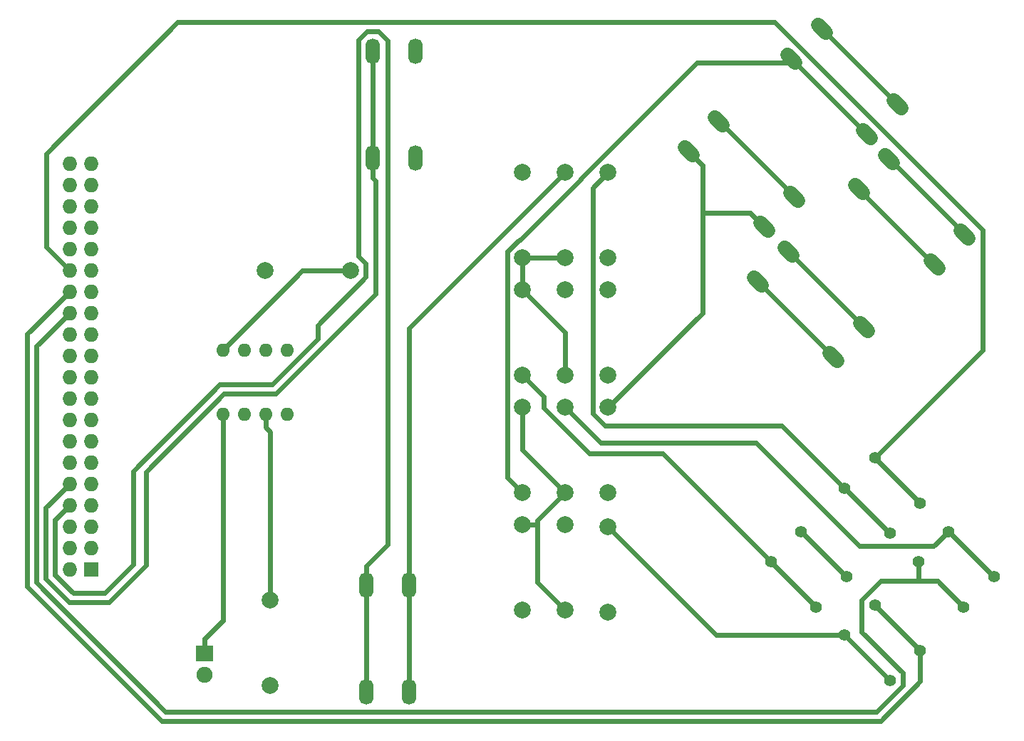
<source format=gbr>
G04 #@! TF.FileFunction,Copper,L2,Bot,Signal*
%FSLAX46Y46*%
G04 Gerber Fmt 4.6, Leading zero omitted, Abs format (unit mm)*
G04 Created by KiCad (PCBNEW 0.201509061501+6161~29~ubuntu14.04.1-product) date Mon 14 Sep 2015 05:33:44 PM EDT*
%MOMM*%
G01*
G04 APERTURE LIST*
%ADD10C,0.100000*%
%ADD11R,2.000000X1.900000*%
%ADD12C,1.900000*%
%ADD13O,1.600000X1.600000*%
%ADD14R,1.727200X1.727200*%
%ADD15O,1.727200X1.727200*%
%ADD16C,1.998980*%
%ADD17C,1.727200*%
%ADD18O,1.727200X3.048000*%
%ADD19C,1.397000*%
%ADD20C,0.600000*%
G04 APERTURE END LIST*
D10*
D11*
X38750000Y-88000000D03*
D12*
X38750000Y-90540000D03*
D13*
X48530000Y-59540000D03*
X45990000Y-59540000D03*
X43450000Y-59540000D03*
X40910000Y-59540000D03*
X40910000Y-51920000D03*
X43450000Y-51920000D03*
X45990000Y-51920000D03*
X48530000Y-51920000D03*
D14*
X25210000Y-78010000D03*
D15*
X22670000Y-78010000D03*
X25210000Y-75470000D03*
X22670000Y-75470000D03*
X25210000Y-72930000D03*
X22670000Y-72930000D03*
X25210000Y-70390000D03*
X22670000Y-70390000D03*
X25210000Y-67850000D03*
X22670000Y-67850000D03*
X25210000Y-65310000D03*
X22670000Y-65310000D03*
X25210000Y-62770000D03*
X22670000Y-62770000D03*
X25210000Y-60230000D03*
X22670000Y-60230000D03*
X25210000Y-57690000D03*
X22670000Y-57690000D03*
X25210000Y-55150000D03*
X22670000Y-55150000D03*
X25210000Y-52610000D03*
X22670000Y-52610000D03*
X25210000Y-50070000D03*
X22670000Y-50070000D03*
X25210000Y-47530000D03*
X22670000Y-47530000D03*
X25210000Y-44990000D03*
X22670000Y-44990000D03*
X25210000Y-42450000D03*
X22670000Y-42450000D03*
X25210000Y-39910000D03*
X22670000Y-39910000D03*
X25210000Y-37370000D03*
X22670000Y-37370000D03*
X25210000Y-34830000D03*
X22670000Y-34830000D03*
X25210000Y-32290000D03*
X22670000Y-32290000D03*
X25210000Y-29750000D03*
X22670000Y-29750000D03*
D16*
X76485000Y-58745000D03*
X76485000Y-68905000D03*
X76485000Y-72715000D03*
X76485000Y-82875000D03*
X76485000Y-44775000D03*
X76485000Y-54935000D03*
X76485000Y-30805000D03*
X76485000Y-40965000D03*
X81565000Y-72715000D03*
X81565000Y-82875000D03*
X81565000Y-58745000D03*
X81565000Y-68905000D03*
X81565000Y-44775000D03*
X81565000Y-54935000D03*
X81565000Y-30805000D03*
X81565000Y-40965000D03*
X86625000Y-72965000D03*
X86625000Y-83125000D03*
X86645000Y-58745000D03*
X86645000Y-68905000D03*
X86645000Y-44775000D03*
X86645000Y-54935000D03*
X86645000Y-30805000D03*
X86645000Y-40965000D03*
X46500000Y-81670000D03*
X46500000Y-91830000D03*
X45920000Y-42500000D03*
X56080000Y-42500000D03*
D17*
X116930794Y-33272896D02*
X115996848Y-32338950D01*
X120522896Y-29680794D02*
X119588950Y-28746848D01*
X125911050Y-42253152D02*
X124977104Y-41319206D01*
X129503152Y-38661050D02*
X128569206Y-37727104D01*
X104930794Y-44272896D02*
X103996848Y-43338950D01*
X108522896Y-40680794D02*
X107588950Y-39746848D01*
X113911050Y-53253152D02*
X112977104Y-52319206D01*
X117503152Y-49661050D02*
X116569206Y-48727104D01*
D18*
X63040000Y-79900000D03*
X57960000Y-79900000D03*
X63040000Y-92600000D03*
X57960000Y-92600000D03*
D17*
X96680794Y-28772896D02*
X95746848Y-27838950D01*
X100272896Y-25180794D02*
X99338950Y-24246848D01*
X105661050Y-37753152D02*
X104727104Y-36819206D01*
X109253152Y-34161050D02*
X108319206Y-33227104D01*
D18*
X63790000Y-16400000D03*
X58710000Y-16400000D03*
X63790000Y-29100000D03*
X58710000Y-29100000D03*
D17*
X108930794Y-17772896D02*
X107996848Y-16838950D01*
X112522896Y-14180794D02*
X111588950Y-13246848D01*
X117911050Y-26753152D02*
X116977104Y-25819206D01*
X121503152Y-23161050D02*
X120569206Y-22227104D01*
D19*
X106009872Y-77101974D03*
X109601974Y-73509872D03*
X111398026Y-82490128D03*
X114990128Y-78898026D03*
X132490128Y-78898026D03*
X128898026Y-82490128D03*
X127101974Y-73509872D03*
X123509872Y-77101974D03*
X114759872Y-85851974D03*
X118351974Y-82259872D03*
X120148026Y-91240128D03*
X123740128Y-87648026D03*
X114759872Y-68351974D03*
X118351974Y-64759872D03*
X120148026Y-73740128D03*
X123740128Y-70148026D03*
D20*
X40910000Y-84089900D02*
X38750000Y-86249900D01*
X40910000Y-59540000D02*
X40910000Y-84089900D01*
X38750000Y-88000000D02*
X38750000Y-86249900D01*
X22670000Y-78328800D02*
X22670000Y-78010000D01*
X46500000Y-61650100D02*
X45990000Y-61140100D01*
X46500000Y-81670000D02*
X46500000Y-61650100D01*
X45990000Y-59540000D02*
X45990000Y-61140100D01*
X50330000Y-42500000D02*
X56080000Y-42500000D01*
X40910000Y-51920000D02*
X50330000Y-42500000D01*
X117036200Y-49194100D02*
X108055900Y-40213800D01*
X129036200Y-38194100D02*
X120055900Y-29213800D01*
X121036200Y-22694100D02*
X112055900Y-13713800D01*
X57960000Y-92600000D02*
X57960000Y-79900000D01*
X57960000Y-79900000D02*
X57960000Y-77575900D01*
X60437400Y-75098500D02*
X57960000Y-77575900D01*
X60437400Y-15090400D02*
X60437400Y-75098500D01*
X59397300Y-14050300D02*
X60437400Y-15090400D01*
X58001300Y-14050300D02*
X59397300Y-14050300D01*
X57033100Y-15018500D02*
X58001300Y-14050300D01*
X57033100Y-40738300D02*
X57033100Y-15018500D01*
X57886900Y-41592100D02*
X57033100Y-40738300D01*
X57886900Y-43238300D02*
X57886900Y-41592100D01*
X52151600Y-48973600D02*
X57886900Y-43238300D01*
X52151600Y-50612900D02*
X52151600Y-48973600D01*
X46728400Y-56036100D02*
X52151600Y-50612900D01*
X40519100Y-56036100D02*
X46728400Y-56036100D01*
X30243200Y-66312000D02*
X40519100Y-56036100D01*
X30243200Y-77468000D02*
X30243200Y-66312000D01*
X26873600Y-80837600D02*
X30243200Y-77468000D01*
X23122800Y-80837600D02*
X26873600Y-80837600D01*
X20956200Y-78671000D02*
X23122800Y-80837600D01*
X20956200Y-72103800D02*
X20956200Y-78671000D01*
X22670000Y-70390000D02*
X20956200Y-72103800D01*
X108786200Y-33694100D02*
X99805900Y-24713800D01*
X58710000Y-16400000D02*
X58710000Y-29100000D01*
X58710000Y-29100000D02*
X58710000Y-31424100D01*
X59053800Y-31767900D02*
X58710000Y-31424100D01*
X59053800Y-45266500D02*
X59053800Y-31767900D01*
X47184100Y-57136200D02*
X59053800Y-45266500D01*
X41018000Y-57136200D02*
X47184100Y-57136200D01*
X31741000Y-66413200D02*
X41018000Y-57136200D01*
X31741000Y-77526000D02*
X31741000Y-66413200D01*
X27329300Y-81937700D02*
X31741000Y-77526000D01*
X22657900Y-81937700D02*
X27329300Y-81937700D01*
X19856100Y-79135900D02*
X22657900Y-81937700D01*
X19856100Y-70663900D02*
X19856100Y-79135900D01*
X22670000Y-67850000D02*
X19856100Y-70663900D01*
X114990100Y-78898000D02*
X109602000Y-73509900D01*
X76485000Y-63825000D02*
X76485000Y-58745000D01*
X81565000Y-68905000D02*
X76485000Y-63825000D01*
X78265700Y-72715000D02*
X76485000Y-72715000D01*
X78265700Y-72204300D02*
X78265700Y-72715000D01*
X81565000Y-68905000D02*
X78265700Y-72204300D01*
X78265700Y-79575700D02*
X81565000Y-82875000D01*
X78265700Y-72715000D02*
X78265700Y-79575700D01*
X81565000Y-40965000D02*
X76485000Y-40965000D01*
X76485000Y-40965000D02*
X76485000Y-44775000D01*
X81565000Y-49855000D02*
X81565000Y-54935000D01*
X76485000Y-44775000D02*
X81565000Y-49855000D01*
X123509900Y-79419700D02*
X123509900Y-77102000D01*
X125827600Y-79419700D02*
X123509900Y-79419700D01*
X128898000Y-82490100D02*
X125827600Y-79419700D01*
X18710700Y-51489300D02*
X22670000Y-47530000D01*
X18710700Y-79564300D02*
X18710700Y-51489300D01*
X34078000Y-94931600D02*
X18710700Y-79564300D01*
X118575900Y-94931600D02*
X34078000Y-94931600D01*
X121654000Y-91853500D02*
X118575900Y-94931600D01*
X121654000Y-90298900D02*
X121654000Y-91853500D01*
X116815000Y-85459900D02*
X121654000Y-90298900D01*
X116815000Y-81638700D02*
X116815000Y-85459900D01*
X119034000Y-79419700D02*
X116815000Y-81638700D01*
X123509900Y-79419700D02*
X119034000Y-79419700D01*
X118352000Y-82259900D02*
X123740100Y-87648000D01*
X17610500Y-50049500D02*
X22670000Y-44990000D01*
X17610500Y-80029300D02*
X17610500Y-50049500D01*
X33618900Y-96037700D02*
X17610500Y-80029300D01*
X119025700Y-96037700D02*
X33618900Y-96037700D01*
X123740100Y-91323300D02*
X119025700Y-96037700D01*
X123740100Y-87648000D02*
X123740100Y-91323300D01*
X123740100Y-70148000D02*
X118352000Y-64759900D01*
X19883000Y-39663000D02*
X22670000Y-42450000D01*
X19883000Y-28576200D02*
X19883000Y-39663000D01*
X35534500Y-12924700D02*
X19883000Y-28576200D01*
X106453600Y-12924700D02*
X35534500Y-12924700D01*
X131172400Y-37643500D02*
X106453600Y-12924700D01*
X131172400Y-51939500D02*
X131172400Y-37643500D01*
X118352000Y-64759900D02*
X131172400Y-51939500D01*
X117444100Y-26286200D02*
X110107200Y-18949300D01*
X108463800Y-17305900D02*
X108874600Y-17716700D01*
X108874600Y-17716700D02*
X110107200Y-18949300D01*
X74659300Y-67079300D02*
X76485000Y-68905000D01*
X74659300Y-40227400D02*
X74659300Y-67079300D01*
X76095800Y-38790900D02*
X74659300Y-40227400D01*
X76232500Y-38790900D02*
X76095800Y-38790900D01*
X83379800Y-31643600D02*
X76232500Y-38790900D01*
X83379800Y-31511600D02*
X83379800Y-31643600D01*
X97174700Y-17716700D02*
X83379800Y-31511600D01*
X108874600Y-17716700D02*
X97174700Y-17716700D01*
X111398000Y-82490100D02*
X106009900Y-77102000D01*
X93122000Y-64214100D02*
X106009900Y-77102000D01*
X84452900Y-64214100D02*
X93122000Y-64214100D01*
X79025000Y-58786200D02*
X84452900Y-64214100D01*
X79025000Y-57475000D02*
X79025000Y-58786200D01*
X76485000Y-54935000D02*
X79025000Y-57475000D01*
X125444100Y-41786200D02*
X116463800Y-32805900D01*
X132490100Y-78898000D02*
X127102000Y-73509900D01*
X85778600Y-62958600D02*
X81565000Y-58745000D01*
X104208600Y-62958600D02*
X85778600Y-62958600D01*
X116523900Y-75273900D02*
X104208600Y-62958600D01*
X125338000Y-75273900D02*
X116523900Y-75273900D01*
X127102000Y-73509900D02*
X125338000Y-75273900D01*
X113444100Y-52786200D02*
X104463800Y-43805900D01*
X63040000Y-92600000D02*
X63040000Y-79900000D01*
X63040000Y-49330000D02*
X81565000Y-30805000D01*
X63040000Y-79900000D02*
X63040000Y-49330000D01*
X120148000Y-91240100D02*
X114759900Y-85852000D01*
X99512000Y-85852000D02*
X86625000Y-72965000D01*
X114759900Y-85852000D02*
X99512000Y-85852000D01*
X96213800Y-28305900D02*
X97857200Y-29949300D01*
X105194100Y-37286200D02*
X103550700Y-35642800D01*
X103550700Y-35642800D02*
X97857200Y-35642800D01*
X97857200Y-29949300D02*
X97857200Y-35642800D01*
X97857200Y-47532800D02*
X86645000Y-58745000D01*
X97857200Y-35642800D02*
X97857200Y-47532800D01*
X120148000Y-73740100D02*
X114759900Y-68352000D01*
X84816300Y-32633700D02*
X86645000Y-30805000D01*
X84816300Y-59477300D02*
X84816300Y-32633700D01*
X86264100Y-60925100D02*
X84816300Y-59477300D01*
X107333000Y-60925100D02*
X86264100Y-60925100D01*
X114759900Y-68352000D02*
X107333000Y-60925100D01*
M02*

</source>
